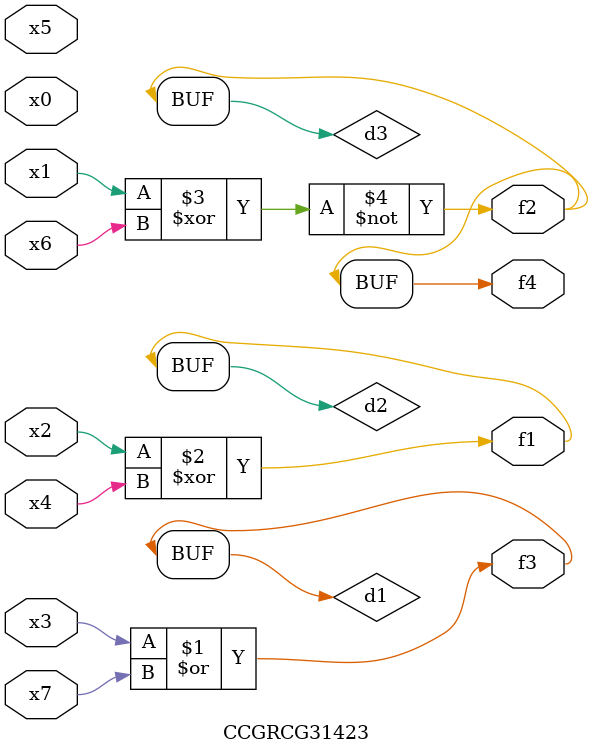
<source format=v>
module CCGRCG31423(
	input x0, x1, x2, x3, x4, x5, x6, x7,
	output f1, f2, f3, f4
);

	wire d1, d2, d3;

	or (d1, x3, x7);
	xor (d2, x2, x4);
	xnor (d3, x1, x6);
	assign f1 = d2;
	assign f2 = d3;
	assign f3 = d1;
	assign f4 = d3;
endmodule

</source>
